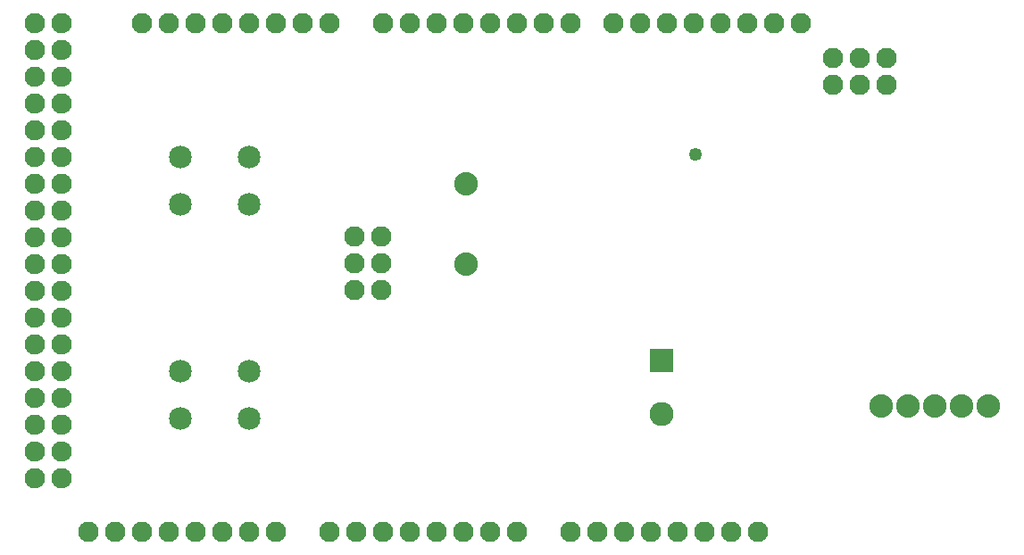
<source format=gts>
G04 MADE WITH FRITZING*
G04 WWW.FRITZING.ORG*
G04 DOUBLE SIDED*
G04 HOLES PLATED*
G04 CONTOUR ON CENTER OF CONTOUR VECTOR*
%ASAXBY*%
%FSLAX23Y23*%
%MOIN*%
%OFA0B0*%
%SFA1.0B1.0*%
%ADD10C,0.076604*%
%ADD11C,0.076632*%
%ADD12C,0.075993*%
%ADD13C,0.075965*%
%ADD14C,0.088000*%
%ADD15C,0.085000*%
%ADD16C,0.090000*%
%ADD17C,0.049370*%
%ADD18R,0.090000X0.090000*%
%LNMASK1*%
G90*
G70*
G54D10*
X1010Y113D03*
X910Y113D03*
X810Y113D03*
X710Y113D03*
G54D11*
X2370Y2013D03*
G54D10*
X610Y113D03*
X510Y113D03*
X410Y113D03*
G54D12*
X210Y1113D03*
G54D10*
X2010Y113D03*
X1910Y113D03*
X2610Y113D03*
X1810Y113D03*
X1710Y113D03*
X1610Y113D03*
X1510Y113D03*
X1410Y113D03*
G54D12*
X210Y1913D03*
G54D10*
X1310Y113D03*
G54D12*
X210Y313D03*
G54D11*
X1810Y2013D03*
G54D12*
X210Y1513D03*
X210Y713D03*
G54D11*
X2770Y2013D03*
G54D10*
X2210Y113D03*
G54D11*
X2210Y2013D03*
G54D12*
X210Y1713D03*
X210Y1313D03*
G54D13*
X210Y913D03*
G54D12*
X210Y513D03*
G54D11*
X610Y2013D03*
X710Y2013D03*
X810Y2013D03*
X2970Y2013D03*
X910Y2013D03*
X2570Y2013D03*
X1010Y2013D03*
X1110Y2013D03*
X1210Y2013D03*
X1310Y2013D03*
G54D10*
X2810Y113D03*
X2410Y113D03*
G54D11*
X1610Y2013D03*
X2010Y2013D03*
G54D12*
X210Y2013D03*
X210Y1813D03*
X210Y1613D03*
X210Y1413D03*
X210Y1213D03*
X210Y1013D03*
X210Y813D03*
X210Y613D03*
G54D13*
X210Y413D03*
G54D11*
X3070Y2013D03*
X3190Y1783D03*
X3190Y1883D03*
X3290Y1783D03*
X3290Y1883D03*
X3390Y1783D03*
X3390Y1883D03*
X1404Y1215D03*
X1504Y1215D03*
X1404Y1115D03*
X1504Y1115D03*
X1404Y1015D03*
X1504Y1015D03*
X2870Y2013D03*
X2670Y2013D03*
X2470Y2013D03*
G54D10*
X2910Y113D03*
X2710Y113D03*
X2510Y113D03*
X2310Y113D03*
G54D11*
X1510Y2013D03*
X1710Y2013D03*
X1910Y2013D03*
X2110Y2013D03*
G54D12*
X310Y2013D03*
X310Y1913D03*
X310Y1813D03*
X310Y1713D03*
X310Y1613D03*
X310Y1513D03*
X310Y1413D03*
X310Y1313D03*
X310Y1213D03*
X310Y1113D03*
X310Y1013D03*
G54D13*
X310Y913D03*
G54D12*
X310Y813D03*
X310Y713D03*
X310Y613D03*
X310Y513D03*
G54D13*
X310Y413D03*
G54D12*
X310Y313D03*
G54D10*
X1110Y113D03*
X1010Y113D03*
X910Y113D03*
X810Y113D03*
X710Y113D03*
G54D11*
X2370Y2013D03*
G54D10*
X610Y113D03*
X510Y113D03*
X410Y113D03*
G54D12*
X210Y1113D03*
G54D10*
X2010Y113D03*
X1910Y113D03*
X2610Y113D03*
X1810Y113D03*
X1710Y113D03*
X1610Y113D03*
X1510Y113D03*
X1410Y113D03*
G54D12*
X210Y1913D03*
G54D10*
X1310Y113D03*
G54D12*
X210Y313D03*
G54D11*
X1810Y2013D03*
G54D12*
X210Y1513D03*
X210Y713D03*
G54D11*
X2770Y2013D03*
G54D10*
X2210Y113D03*
G54D11*
X2210Y2013D03*
G54D12*
X210Y1713D03*
X210Y1313D03*
G54D13*
X210Y913D03*
G54D12*
X210Y513D03*
G54D11*
X610Y2013D03*
X710Y2013D03*
X810Y2013D03*
X2970Y2013D03*
X910Y2013D03*
X2570Y2013D03*
X1010Y2013D03*
X1110Y2013D03*
X1210Y2013D03*
X1310Y2013D03*
G54D10*
X2810Y113D03*
X2410Y113D03*
G54D11*
X1610Y2013D03*
X2010Y2013D03*
G54D12*
X210Y2013D03*
X210Y1813D03*
X210Y1613D03*
X210Y1413D03*
X210Y1213D03*
X210Y1013D03*
X210Y813D03*
X210Y613D03*
G54D13*
X210Y413D03*
G54D11*
X3070Y2013D03*
X3190Y1783D03*
X3190Y1883D03*
X3290Y1783D03*
X3290Y1883D03*
X3390Y1783D03*
X3390Y1883D03*
X1404Y1215D03*
X1504Y1215D03*
X1404Y1115D03*
X1504Y1115D03*
X1404Y1015D03*
X1504Y1015D03*
X2870Y2013D03*
X2670Y2013D03*
X2470Y2013D03*
G54D10*
X2910Y113D03*
X2710Y113D03*
X2510Y113D03*
X2310Y113D03*
G54D11*
X1510Y2013D03*
X1710Y2013D03*
X1910Y2013D03*
X2110Y2013D03*
G54D12*
X310Y2013D03*
X310Y1913D03*
X310Y1813D03*
X310Y1713D03*
X310Y1613D03*
X310Y1513D03*
X310Y1413D03*
X310Y1313D03*
X310Y1213D03*
X310Y1113D03*
X310Y1013D03*
G54D13*
X310Y913D03*
G54D12*
X310Y813D03*
X310Y713D03*
X310Y613D03*
X310Y513D03*
G54D13*
X310Y413D03*
G54D12*
X310Y313D03*
G54D10*
X1110Y113D03*
G54D14*
X3770Y583D03*
X3670Y583D03*
X3570Y583D03*
X3470Y583D03*
X3370Y583D03*
G54D15*
X1010Y536D03*
X754Y536D03*
X1010Y713D03*
X754Y713D03*
X1010Y1336D03*
X754Y1336D03*
X1010Y1513D03*
X754Y1513D03*
G54D14*
X1820Y1413D03*
X1820Y1113D03*
G54D16*
X2550Y753D03*
X2550Y553D03*
X2550Y753D03*
X2550Y553D03*
G54D17*
X2678Y1522D03*
G54D18*
X2550Y753D03*
X2550Y753D03*
G04 End of Mask1*
M02*
</source>
